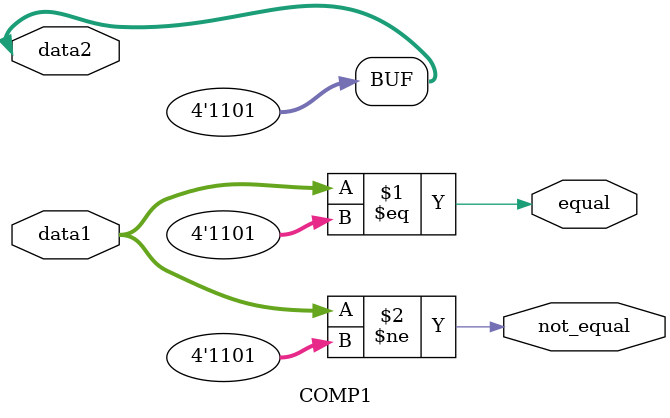
<source format=v>
`timescale 1ns / 1ps
module COMP1(equal,not_equal,data1,data2);
input [3:0] data1,data2;
output equal,not_equal;
assign data2 = 1101;
assign equal = data1 == data2;
assign not_equal = data1 != data2;
endmodule

</source>
